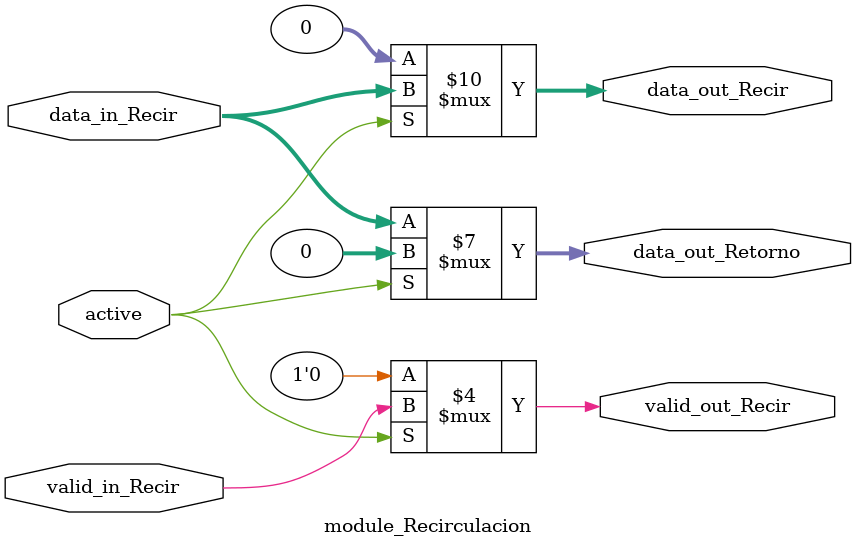
<source format=v>
module module_Recirculacion ( 
    input 		active,
    input 		valid_in_Recir,
    input [31:0]	data_in_Recir,
    output reg 	valid_out_Recir,
    output reg [31:0]	data_out_Recir,
    output reg [31:0]	data_out_Retorno);
    

    always @(*)begin 
	if (active == 1)begin	
		data_out_Recir = data_in_Recir;
		data_out_Retorno = 32'b0;
		valid_out_Recir = valid_in_Recir;
	end
	
	else begin
	    data_out_Recir = 32'b0;
	    data_out_Retorno = data_in_Recir;
	    valid_out_Recir = 0;
	end
    end

endmodule

</source>
